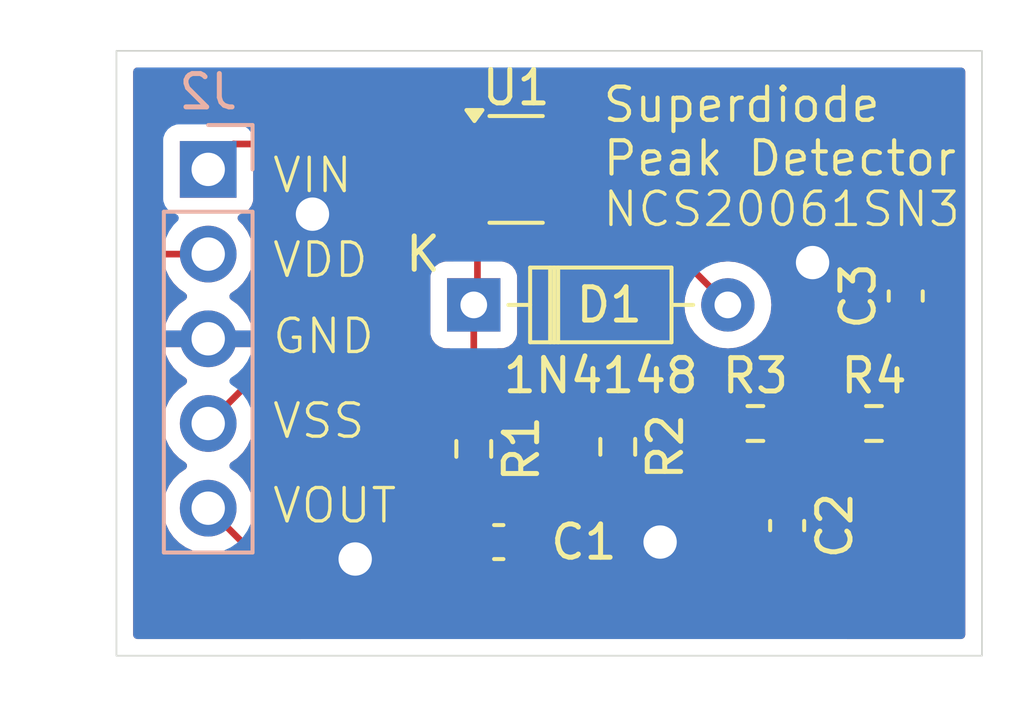
<source format=kicad_pcb>
(kicad_pcb (version 20241229) (generator "pcbnew") (generator_version "9.0")
  (layers (0 "F.Cu" signal) (2 "B.Cu" signal) (13 "F.Paste" user) (15 "B.Paste" user) (5 "F.SilkS" user "F.Silkscreen") (7 "B.SilkS" user "B.Silkscreen") (1 "F.Mask" user) (3 "B.Mask" user) (25 "Edge.Cuts" user))
  (net 0 "")
  (net 1 "0")
  (net 2 "Net-(C1-Pad1)")
  (net 3 "Net-(C2-Pad1)")
  (net 4 "/V_peak")
  (net 5 "Net-(D1-A)")
  (net 6 "/VOUT")
  (net 7 "/VIN")
  (net 8 "VSS")
  (net 9 "VDD")
  (footprint "Package_SO:TSOP-5_1.65x3.05mm_P0.95mm" (layer "F.Cu") (at 141.986 89.408)
    (property "Reference" "U1" (at 0 -2.45 0) (layer "F.SilkS"))
    (property "Value" "~")
    (fp_line (start -0.8 -1.6) (end 0.8 -1.6) (stroke (width 0.12)) (layer "F.SilkS"))
    (fp_line (start -0.8 1.6) (end 0.8 1.6) (stroke (width 0.12)) (layer "F.SilkS"))
    (fp_poly (pts (xy -1.25 -1.45) (xy -1.49 -1.78) (xy -1.01 -1.78) (xy -1.25 -1.45)) (stroke (width 0.12)) (fill yes) (layer "F.SilkS"))
    (pad "1" smd rect (at -1.16 -0.95) (size 0.7 0.51) (layers "F.Cu" "F.Mask" "F.Paste") (net 7 "/VIN"))
    (pad "2" smd rect (at -1.16 0) (size 0.7 0.51) (layers "F.Cu" "F.Mask" "F.Paste") (net 8 "VSS"))
    (pad "3" smd rect (at -1.16 0.95) (size 0.7 0.51) (layers "F.Cu" "F.Mask" "F.Paste") (net 4 "/V_peak"))
    (pad "4" smd rect (at 1.16 0.95) (size 0.7 0.51) (layers "F.Cu" "F.Mask" "F.Paste") (net 5 "Net-(D1-A)"))
    (pad "5" smd rect (at 1.16 -0.95) (size 0.7 0.51) (layers "F.Cu" "F.Mask" "F.Paste") (net 9 "VDD"))
  )
  (footprint "Capacitor_SMD:C_0603_1608Metric" (layer "F.Cu") (at 141.465 100.584)
    (property "Reference" "C1" (at 2.553 0 0) (layer "F.SilkS"))
    (property "Value" "c=220n")
    (fp_line (start -0.14058 -0.51) (end 0.14058 -0.51) (stroke (width 0.12)) (layer "F.SilkS"))
    (fp_line (start -0.14058 0.51) (end 0.14058 0.51) (stroke (width 0.12)) (layer "F.SilkS"))
    (pad "1" smd roundrect (at -0.775 0) (size 0.9 0.95) (layers "F.Cu" "F.Mask" "F.Paste") (net 2 "Net-(C1-Pad1)"))
    (pad "2" smd roundrect (at 0.775 0) (size 0.9 0.95) (layers "F.Cu" "F.Mask" "F.Paste") (net 1 "0"))
  )
  (footprint "Resistor_SMD:R_0603_1608Metric" (layer "F.Cu") (at 145.034 97.727 -90)
    (property "Reference" "R2" (at 0 -1.43 90) (layer "F.SilkS"))
    (property "Value" "r=332k")
    (fp_line (start -0.237258 0.5225) (end 0.237258 0.5225) (stroke (width 0.12)) (layer "F.SilkS"))
    (fp_line (start -0.237258 -0.5225) (end 0.237258 -0.5225) (stroke (width 0.12)) (layer "F.SilkS"))
    (pad "1" smd roundrect (at -0.825 0 270) (size 0.8 0.95) (layers "F.Cu" "F.Mask" "F.Paste") (net 4 "/V_peak"))
    (pad "2" smd roundrect (at 0.825 0 270) (size 0.8 0.95) (layers "F.Cu" "F.Mask" "F.Paste") (net 1 "0"))
  )
  (footprint "Resistor_SMD:R_0603_1608Metric" (layer "F.Cu") (at 152.717 97.028)
    (property "Reference" "R4" (at 0 -1.43 0) (layer "F.SilkS"))
    (property "Value" "r=100k")
    (fp_line (start -0.237258 -0.5225) (end 0.237258 -0.5225) (stroke (width 0.12)) (layer "F.SilkS"))
    (fp_line (start -0.237258 0.5225) (end 0.237258 0.5225) (stroke (width 0.12)) (layer "F.SilkS"))
    (pad "1" smd roundrect (at -0.825 0) (size 0.8 0.95) (layers "F.Cu" "F.Mask" "F.Paste") (net 3 "Net-(C2-Pad1)"))
    (pad "2" smd roundrect (at 0.825 0) (size 0.8 0.95) (layers "F.Cu" "F.Mask" "F.Paste") (net 6 "/VOUT"))
  )
  (footprint "Capacitor_SMD:C_0603_1608Metric" (layer "F.Cu") (at 150.114 100.089 -90)
    (property "Reference" "C2" (at 0 -1.43 90) (layer "F.SilkS"))
    (property "Value" "c=100n")
    (fp_line (start -0.14058 0.51) (end 0.14058 0.51) (stroke (width 0.12)) (layer "F.SilkS"))
    (fp_line (start -0.14058 -0.51) (end 0.14058 -0.51) (stroke (width 0.12)) (layer "F.SilkS"))
    (pad "1" smd roundrect (at -0.775 0 270) (size 0.9 0.95) (layers "F.Cu" "F.Mask" "F.Paste") (net 3 "Net-(C2-Pad1)"))
    (pad "2" smd roundrect (at 0.775 0 270) (size 0.9 0.95) (layers "F.Cu" "F.Mask" "F.Paste") (net 1 "0"))
  )
  (footprint "Resistor_SMD:R_0603_1608Metric" (layer "F.Cu") (at 149.161 97.028)
    (property "Reference" "R3" (at 0 -1.43 0) (layer "F.SilkS"))
    (property "Value" "r=100k")
    (fp_line (start -0.237258 -0.5225) (end 0.237258 -0.5225) (stroke (width 0.12)) (layer "F.SilkS"))
    (fp_line (start -0.237258 0.5225) (end 0.237258 0.5225) (stroke (width 0.12)) (layer "F.SilkS"))
    (pad "1" smd roundrect (at -0.825 0) (size 0.8 0.95) (layers "F.Cu" "F.Mask" "F.Paste") (net 4 "/V_peak"))
    (pad "2" smd roundrect (at 0.825 0) (size 0.8 0.95) (layers "F.Cu" "F.Mask" "F.Paste") (net 3 "Net-(C2-Pad1)"))
  )
  (footprint "Resistor_SMD:R_0603_1608Metric" (layer "F.Cu") (at 140.716 97.79 -90)
    (property "Reference" "R1" (at 0 -1.43 90) (layer "F.SilkS"))
    (property "Value" "r=100")
    (fp_line (start -0.237258 0.5225) (end 0.237258 0.5225) (stroke (width 0.12)) (layer "F.SilkS"))
    (fp_line (start -0.237258 -0.5225) (end 0.237258 -0.5225) (stroke (width 0.12)) (layer "F.SilkS"))
    (pad "1" smd roundrect (at -0.825 0 270) (size 0.8 0.95) (layers "F.Cu" "F.Mask" "F.Paste") (net 4 "/V_peak"))
    (pad "2" smd roundrect (at 0.825 0 270) (size 0.8 0.95) (layers "F.Cu" "F.Mask" "F.Paste") (net 2 "Net-(C1-Pad1)"))
  )
  (footprint "Capacitor_SMD:C_0603_1608Metric" (layer "F.Cu") (at 153.67 93.205 90)
    (property "Reference" "C3" (at 0 -1.43 90) (layer "F.SilkS"))
    (property "Value" "c=100n")
    (fp_line (start -0.14058 -0.51) (end 0.14058 -0.51) (stroke (width 0.12)) (layer "F.SilkS"))
    (fp_line (start -0.14058 0.51) (end 0.14058 0.51) (stroke (width 0.12)) (layer "F.SilkS"))
    (pad "1" smd roundrect (at -0.775 0 90) (size 0.9 0.95) (layers "F.Cu" "F.Mask" "F.Paste") (net 6 "/VOUT"))
    (pad "2" smd roundrect (at 0.775 0 90) (size 0.9 0.95) (layers "F.Cu" "F.Mask" "F.Paste") (net 1 "0"))
  )
  (footprint "Diode_THT:D_DO-35_SOD27_P7.62mm_Horizontal" (layer "F.Cu") (at 140.716 93.472)
    (property "Reference" "D1" (at 4.064 0 0) (layer "F.SilkS"))
    (property "Value" "1N4148" (at 3.81 2.12 0) (layer "F.SilkS"))
    (fp_line (start 1.04 0) (end 1.69 0) (stroke (width 0.12)) (layer "F.SilkS"))
    (fp_line (start 1.69 -1.12) (end 1.69 1.12) (stroke (width 0.12)) (layer "F.SilkS"))
    (fp_line (start 1.69 1.12) (end 5.93 1.12) (stroke (width 0.12)) (layer "F.SilkS"))
    (fp_line (start 2.29 -1.12) (end 2.29 1.12) (stroke (width 0.12)) (layer "F.SilkS"))
    (fp_line (start 2.41 -1.12) (end 2.41 1.12) (stroke (width 0.12)) (layer "F.SilkS"))
    (fp_line (start 2.53 -1.12) (end 2.53 1.12) (stroke (width 0.12)) (layer "F.SilkS"))
    (fp_line (start 5.93 -1.12) (end 1.69 -1.12) (stroke (width 0.12)) (layer "F.SilkS"))
    (fp_line (start 5.93 1.12) (end 5.93 -1.12) (stroke (width 0.12)) (layer "F.SilkS"))
    (fp_line (start 6.58 0) (end 5.93 0) (stroke (width 0.12)) (layer "F.SilkS"))
    (fp_text user "K" (at -1.524 -1.524 0) (layer "F.SilkS"))
    (pad "1" thru_hole rect (at 0 0) (size 1.6 1.6) (drill 0.8) (layers "*.Cu" "*.Mask") (net 4 "/V_peak"))
    (pad "2" thru_hole oval (at 7.62 0) (size 1.6 1.6) (drill 0.8) (layers "*.Cu" "*.Mask") (net 5 "Net-(D1-A)"))
  )
  (footprint "Connector_PinHeader_2.54mm:PinHeader_1x05_P2.54mm_Vertical" (layer "B.Cu") (at 132.752 89.408 180)
    (property "Reference" "J2" (at 0 2.33 0) (layer "B.SilkS") (effects (justify mirror)))
    (property "Value" "Conn_01x05_Pin")
    (fp_line (start 1.33 -1.27) (end -1.33 -1.27) (stroke (width 0.12)) (layer "B.SilkS"))
    (fp_line (start 1.33 -11.49) (end 1.33 -1.27) (stroke (width 0.12)) (layer "B.SilkS"))
    (fp_line (start 1.33 -11.49) (end -1.33 -11.49) (stroke (width 0.12)) (layer "B.SilkS"))
    (fp_line (start 0 1.33) (end -1.33 1.33) (stroke (width 0.12)) (layer "B.SilkS"))
    (fp_line (start -1.33 1.33) (end -1.33 0) (stroke (width 0.12)) (layer "B.SilkS"))
    (fp_line (start -1.33 -11.49) (end -1.33 -1.27) (stroke (width 0.12)) (layer "B.SilkS"))
    (pad "1" thru_hole rect (at 0 0 180) (size 1.7 1.7) (drill 1) (layers "*.Cu" "*.Mask") (net 7 "/VIN"))
    (pad "2" thru_hole oval (at 0 -2.54 180) (size 1.7 1.7) (drill 1) (layers "*.Cu" "*.Mask") (net 9 "VDD"))
    (pad "3" thru_hole oval (at 0 -5.08 180) (size 1.7 1.7) (drill 1) (layers "*.Cu" "*.Mask") (net 1 "0"))
    (pad "4" thru_hole oval (at 0 -7.62 180) (size 1.7 1.7) (drill 1) (layers "*.Cu" "*.Mask") (net 8 "VSS"))
    (pad "5" thru_hole oval (at 0 -10.16 180) (size 1.7 1.7) (drill 1) (layers "*.Cu" "*.Mask") (net 6 "/VOUT"))
  )
  (gr_rect (start 130 85.852) (end 155.956 103.992) (stroke (width 0.05)) (fill no) (layer "Edge.Cuts"))
  (gr_text "GND" (at 134.62 94.996 0) (layer "F.SilkS") (effects (font (size 1 1) (thickness 0.1)) (justify left bottom)))
  (gr_text "VSS" (at 134.62 97.536 0) (layer "F.SilkS") (effects (font (size 1 1) (thickness 0.1)) (justify left bottom)))
  (gr_text "VDD" (at 134.62 92.71 0) (layer "F.SilkS") (effects (font (size 1 1) (thickness 0.1)) (justify left bottom)))
  (gr_text "VOUT" (at 134.62 100.076 0) (layer "F.SilkS") (effects (font (size 1 1) (thickness 0.1)) (justify left bottom)))
  (gr_text "Superdiode\nPeak Detector" (at 144.526 89.662 0) (layer "F.SilkS") (effects (font (size 1 1) (thickness 0.125)) (justify left bottom)))
  (gr_text "VIN" (at 134.62 90.17 0) (layer "F.SilkS") (effects (font (size 1 1) (thickness 0.1)) (justify left bottom)))
  (gr_text "NCS20061SN3" (at 144.526 91.186 0) (layer "F.SilkS") (effects (font (size 1 1) (thickness 0.1)) (justify left bottom)))
  (via (at 150.876 92.202) (size 1.5) (drill 1) (layers "F.Cu" "B.Cu") (net 1))
  (via (at 146.304 100.584) (size 1.5) (drill 1) (layers "F.Cu" "B.Cu") (net 1))
  (via (at 135.878365 90.750484) (size 1.5) (drill 1) (layers "F.Cu" "B.Cu") (net 1))
  (via (at 137.16 101.092) (size 1.5) (drill 1) (layers "F.Cu" "B.Cu") (net 1))
  (segment (start 140.69 98.641) (end 140.716 98.615) (width 0.2) (layer "F.Cu") (net 2))
  (segment (start 140.69 100.584) (end 140.69 98.641) (width 0.2) (layer "F.Cu") (net 2))
  (segment (start 150.114 97.156) (end 149.986 97.028) (width 0.2) (layer "F.Cu") (net 3))
  (segment (start 151.892 97.028) (end 149.986 97.028) (width 0.2) (layer "F.Cu") (net 3))
  (segment (start 150.114 99.314) (end 150.114 97.156) (width 0.2) (layer "F.Cu") (net 3))
  (segment (start 140.826 93.362) (end 140.716 93.472) (width 0.2) (layer "F.Cu") (net 4))
  (segment (start 148.21 96.902) (end 148.336 97.028) (width 0.2) (layer "F.Cu") (net 4))
  (segment (start 140.716 93.472) (end 140.716 96.965) (width 0.2) (layer "F.Cu") (net 4))
  (segment (start 140.826 90.358) (end 140.826 93.362) (width 0.2) (layer "F.Cu") (net 4))
  (segment (start 145.034 96.902) (end 148.21 96.902) (width 0.2) (layer "F.Cu") (net 4))
  (segment (start 140.716 96.965) (end 144.843 96.965) (width 0.2) (layer "F.Cu") (net 4))
  (segment (start 143.146 90.358) (end 145.222 90.358) (width 0.2) (layer "F.Cu") (net 5))
  (segment (start 145.222 90.358) (end 148.336 93.472) (width 0.2) (layer "F.Cu") (net 5))
  (segment (start 153.67 96.9) (end 153.542 97.028) (width 0.2) (layer "F.Cu") (net 6))
  (segment (start 151.13 103.124) (end 136.308 103.124) (width 0.2) (layer "F.Cu") (net 6))
  (segment (start 153.542 97.028) (end 153.67 97.156) (width 0.2) (layer "F.Cu") (net 6))
  (segment (start 136.308 103.124) (end 132.752 99.568) (width 0.2) (layer "F.Cu") (net 6))
  (segment (start 153.67 97.156) (end 153.67 100.584) (width 0.2) (layer "F.Cu") (net 6))
  (segment (start 153.67 100.584) (end 151.13 103.124) (width 0.2) (layer "F.Cu") (net 6))
  (segment (start 153.67 93.98) (end 153.67 96.9) (width 0.2) (layer "F.Cu") (net 6))
  (segment (start 140.638 88.646) (end 133.514 88.646) (width 0.2) (layer "F.Cu") (net 7))
  (segment (start 140.826 88.458) (end 140.638 88.646) (width 0.2) (layer "F.Cu") (net 7))
  (segment (start 133.514 88.646) (end 132.752 89.408) (width 0.2) (layer "F.Cu") (net 7))
  (segment (start 140.826 89.408) (end 140.372 89.408) (width 0.2) (layer "F.Cu") (net 8))
  (segment (start 140.372 89.408) (end 132.752 97.028) (width 0.2) (layer "F.Cu") (net 8))
  (segment (start 131.318 91.948) (end 132.752 91.948) (width 0.2) (layer "F.Cu") (net 9))
  (segment (start 143.146 88.458) (end 142.591 87.903) (width 0.2) (layer "F.Cu") (net 9))
  (segment (start 131.064 88.138) (end 131.064 91.694) (width 0.2) (layer "F.Cu") (net 9))
  (segment (start 131.299 87.903) (end 131.064 88.138) (width 0.2) (layer "F.Cu") (net 9))
  (segment (start 131.064 91.694) (end 131.318 91.948) (width 0.2) (layer "F.Cu") (net 9))
  (segment (start 142.591 87.903) (end 131.299 87.903) (width 0.2) (layer "F.Cu") (net 9))
  (zone (net 1) (net_name "0") (layers "F.Cu" "B.Cu") (connect_pads (clearance 0.5)) (min_thickness 0.25) (fill yes (thermal_gap 0.5) (thermal_bridge_width 0.5))
    (polygon (pts (xy 128.27 84.836) (xy 128.27 105.41) (xy 157.226 105.41) (xy 157.226 84.328)))
  )
)
</source>
